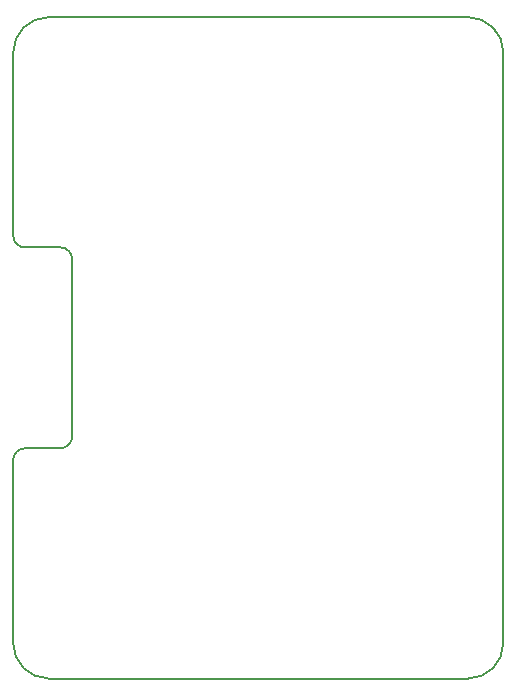
<source format=gm1>
G04 #@! TF.FileFunction,Profile,NP*
%FSLAX46Y46*%
G04 Gerber Fmt 4.6, Leading zero omitted, Abs format (unit mm)*
G04 Created by KiCad (PCBNEW 4.0.5) date 04/15/17 13:19:52*
%MOMM*%
%LPD*%
G01*
G04 APERTURE LIST*
%ADD10C,0.100000*%
%ADD11C,0.150000*%
G04 APERTURE END LIST*
D10*
D11*
X70500000Y-75000000D02*
X70500000Y-25000000D01*
X67500000Y-78000000D02*
X32000000Y-78000000D01*
X67500000Y-78000000D02*
G75*
G03X70500000Y-75000000I0J3000000D01*
G01*
X32000000Y-22000000D02*
X67500000Y-22000000D01*
X70500000Y-25000000D02*
G75*
G03X67500000Y-22000000I-3000000J0D01*
G01*
X29000000Y-59500000D02*
X29000000Y-75000000D01*
X29000000Y-25000000D02*
X29000000Y-40500000D01*
X34000000Y-57500000D02*
X34000000Y-42500000D01*
X33000000Y-58500000D02*
G75*
G03X34000000Y-57500000I0J1000000D01*
G01*
X30000000Y-58500000D02*
X33000000Y-58500000D01*
X30000000Y-58500000D02*
G75*
G03X29000000Y-59500000I0J-1000000D01*
G01*
X34000000Y-42500000D02*
G75*
G03X33000000Y-41500000I-1000000J0D01*
G01*
X30000000Y-41500000D02*
X33000000Y-41500000D01*
X29000000Y-40500000D02*
G75*
G03X30000000Y-41500000I1000000J0D01*
G01*
X29000000Y-75000000D02*
G75*
G03X32000000Y-78000000I3000000J0D01*
G01*
X32000000Y-22000000D02*
G75*
G03X29000000Y-25000000I0J-3000000D01*
G01*
M02*

</source>
